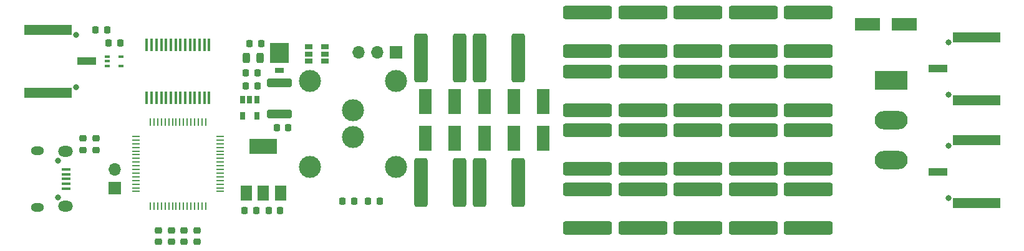
<source format=gbr>
G04 #@! TF.GenerationSoftware,KiCad,Pcbnew,7.99.0-unknown-099e5dd9e7~172~ubuntu22.04.1*
G04 #@! TF.CreationDate,2023-11-16T11:57:36+01:00*
G04 #@! TF.ProjectId,emfi,656d6669-2e6b-4696-9361-645f70636258,0.1*
G04 #@! TF.SameCoordinates,Original*
G04 #@! TF.FileFunction,Soldermask,Top*
G04 #@! TF.FilePolarity,Negative*
%FSLAX46Y46*%
G04 Gerber Fmt 4.6, Leading zero omitted, Abs format (unit mm)*
G04 Created by KiCad (PCBNEW 7.99.0-unknown-099e5dd9e7~172~ubuntu22.04.1) date 2023-11-16 11:57:36*
%MOMM*%
%LPD*%
G01*
G04 APERTURE LIST*
G04 Aperture macros list*
%AMRoundRect*
0 Rectangle with rounded corners*
0 $1 Rounding radius*
0 $2 $3 $4 $5 $6 $7 $8 $9 X,Y pos of 4 corners*
0 Add a 4 corners polygon primitive as box body*
4,1,4,$2,$3,$4,$5,$6,$7,$8,$9,$2,$3,0*
0 Add four circle primitives for the rounded corners*
1,1,$1+$1,$2,$3*
1,1,$1+$1,$4,$5*
1,1,$1+$1,$6,$7*
1,1,$1+$1,$8,$9*
0 Add four rect primitives between the rounded corners*
20,1,$1+$1,$2,$3,$4,$5,0*
20,1,$1+$1,$4,$5,$6,$7,0*
20,1,$1+$1,$6,$7,$8,$9,0*
20,1,$1+$1,$8,$9,$2,$3,0*%
G04 Aperture macros list end*
%ADD10RoundRect,0.218750X-0.218750X-0.256250X0.218750X-0.256250X0.218750X0.256250X-0.218750X0.256250X0*%
%ADD11RoundRect,0.218750X0.218750X0.256250X-0.218750X0.256250X-0.218750X-0.256250X0.218750X-0.256250X0*%
%ADD12C,3.000000*%
%ADD13RoundRect,0.243750X0.243750X0.456250X-0.243750X0.456250X-0.243750X-0.456250X0.243750X-0.456250X0*%
%ADD14RoundRect,0.250000X1.450000X-0.312500X1.450000X0.312500X-1.450000X0.312500X-1.450000X-0.312500X0*%
%ADD15R,0.650000X1.060000*%
%ADD16R,2.540000X2.670000*%
%ADD17R,1.270000X0.762000*%
%ADD18R,0.250000X1.000000*%
%ADD19R,1.000000X0.250000*%
%ADD20R,0.450000X1.750000*%
%ADD21R,1.060000X0.650000*%
%ADD22R,1.700000X1.700000*%
%ADD23O,1.700000X1.700000*%
%ADD24RoundRect,0.218750X-0.256250X0.218750X-0.256250X-0.218750X0.256250X-0.218750X0.256250X0.218750X0*%
%ADD25R,1.800000X3.500000*%
%ADD26RoundRect,0.250000X0.650000X3.050000X-0.650000X3.050000X-0.650000X-3.050000X0.650000X-3.050000X0*%
%ADD27RoundRect,0.250000X-0.650000X-3.050000X0.650000X-3.050000X0.650000X3.050000X-0.650000X3.050000X0*%
%ADD28RoundRect,0.250000X3.050000X-0.650000X3.050000X0.650000X-3.050000X0.650000X-3.050000X-0.650000X0*%
%ADD29RoundRect,0.250000X-3.050000X0.650000X-3.050000X-0.650000X3.050000X-0.650000X3.050000X0.650000X0*%
%ADD30R,1.500000X2.000000*%
%ADD31R,3.800000X2.000000*%
%ADD32RoundRect,0.218750X0.256250X-0.218750X0.256250X0.218750X-0.256250X0.218750X-0.256250X-0.218750X0*%
%ADD33C,0.800000*%
%ADD34R,2.500000X1.000000*%
%ADD35R,6.400000X1.440000*%
%ADD36O,0.800000X0.800000*%
%ADD37R,1.300000X0.450000*%
%ADD38O,1.800000X1.150000*%
%ADD39O,2.000000X1.450000*%
%ADD40R,3.500000X1.800000*%
%ADD41R,0.650000X0.400000*%
%ADD42R,4.500000X2.500000*%
%ADD43O,4.500000X2.500000*%
G04 APERTURE END LIST*
D10*
X52712500Y-34750000D03*
X54287500Y-34750000D03*
D11*
X74537500Y-59250000D03*
X72962500Y-59250000D03*
X77787500Y-59250000D03*
X76212500Y-59250000D03*
X78887500Y-48000000D03*
X77312500Y-48000000D03*
D12*
X81795000Y-53325000D03*
X87630000Y-49295000D03*
X81795000Y-41655000D03*
X87630000Y-45685000D03*
X93465000Y-53325000D03*
X93465000Y-41655000D03*
D10*
X73101500Y-42315607D03*
X74676500Y-42315607D03*
D11*
X74676500Y-40565607D03*
X73101500Y-40565607D03*
D10*
X73601500Y-36565607D03*
X75176500Y-36565607D03*
D13*
X75076500Y-38565607D03*
X73201500Y-38565607D03*
D14*
X77639000Y-46203107D03*
X77639000Y-41928107D03*
D15*
X74589000Y-44215607D03*
X73639000Y-44215607D03*
X72689000Y-44215607D03*
X72689000Y-46415607D03*
X74589000Y-46415607D03*
D16*
X77639000Y-37867107D03*
D17*
X77639000Y-40218107D03*
D18*
X60150000Y-58650000D03*
X60650000Y-58650000D03*
X61150000Y-58650000D03*
X61650000Y-58650000D03*
X62150000Y-58650000D03*
X62650000Y-58650000D03*
X63150000Y-58650000D03*
X63650000Y-58650000D03*
X64150000Y-58650000D03*
X64650000Y-58650000D03*
X65150000Y-58650000D03*
X65650000Y-58650000D03*
X66150000Y-58650000D03*
X66650000Y-58650000D03*
X67150000Y-58650000D03*
X67650000Y-58650000D03*
D19*
X69600000Y-56700000D03*
X69600000Y-56200000D03*
X69600000Y-55700000D03*
X69600000Y-55200000D03*
X69600000Y-54700000D03*
X69600000Y-54200000D03*
X69600000Y-53700000D03*
X69600000Y-53200000D03*
X69600000Y-52700000D03*
X69600000Y-52200000D03*
X69600000Y-51700000D03*
X69600000Y-51200000D03*
X69600000Y-50700000D03*
X69600000Y-50200000D03*
X69600000Y-49700000D03*
X69600000Y-49200000D03*
D18*
X67650000Y-47250000D03*
X67150000Y-47250000D03*
X66650000Y-47250000D03*
X66150000Y-47250000D03*
X65650000Y-47250000D03*
X65150000Y-47250000D03*
X64650000Y-47250000D03*
X64150000Y-47250000D03*
X63650000Y-47250000D03*
X63150000Y-47250000D03*
X62650000Y-47250000D03*
X62150000Y-47250000D03*
X61650000Y-47250000D03*
X61150000Y-47250000D03*
X60650000Y-47250000D03*
X60150000Y-47250000D03*
D19*
X58200000Y-49200000D03*
X58200000Y-49700000D03*
X58200000Y-50200000D03*
X58200000Y-50700000D03*
X58200000Y-51200000D03*
X58200000Y-51700000D03*
X58200000Y-52200000D03*
X58200000Y-52700000D03*
X58200000Y-53200000D03*
X58200000Y-53700000D03*
X58200000Y-54200000D03*
X58200000Y-54700000D03*
X58200000Y-55200000D03*
X58200000Y-55700000D03*
X58200000Y-56200000D03*
X58200000Y-56700000D03*
D20*
X59675000Y-43950000D03*
X60325000Y-43950000D03*
X60975000Y-43950000D03*
X61625000Y-43950000D03*
X62275000Y-43950000D03*
X62925000Y-43950000D03*
X63575000Y-43950000D03*
X64225000Y-43950000D03*
X64875000Y-43950000D03*
X65525000Y-43950000D03*
X66175000Y-43950000D03*
X66825000Y-43950000D03*
X67475000Y-43950000D03*
X68125000Y-43950000D03*
X68125000Y-36750000D03*
X67475000Y-36750000D03*
X66825000Y-36750000D03*
X66175000Y-36750000D03*
X65525000Y-36750000D03*
X64875000Y-36750000D03*
X64225000Y-36750000D03*
X63575000Y-36750000D03*
X62925000Y-36750000D03*
X62275000Y-36750000D03*
X61625000Y-36750000D03*
X60975000Y-36750000D03*
X60325000Y-36750000D03*
X59675000Y-36750000D03*
D21*
X83850000Y-38950000D03*
X83850000Y-38000000D03*
X83850000Y-37050000D03*
X81650000Y-37050000D03*
X81650000Y-38000000D03*
X81650000Y-38950000D03*
D22*
X93500000Y-37750000D03*
D23*
X90960000Y-37750000D03*
X88420000Y-37750000D03*
D24*
X52750000Y-49462500D03*
X52750000Y-51037500D03*
D11*
X87787500Y-58000000D03*
X86212500Y-58000000D03*
X91287500Y-58000000D03*
X89712500Y-58000000D03*
D25*
X113500000Y-44500000D03*
X113500000Y-49500000D03*
D26*
X110125000Y-55500000D03*
X104875000Y-55500000D03*
D25*
X101500000Y-49500000D03*
X101500000Y-44500000D03*
D26*
X110125000Y-38500000D03*
X104875000Y-38500000D03*
D27*
X96875000Y-55500000D03*
X102125000Y-55500000D03*
D25*
X105500000Y-44500000D03*
X105500000Y-49500000D03*
X97500000Y-44500000D03*
X97500000Y-49500000D03*
X109500000Y-49500000D03*
X109500000Y-44500000D03*
D26*
X102125000Y-38500000D03*
X96875000Y-38500000D03*
D28*
X134500000Y-45625000D03*
X134500000Y-40375000D03*
D29*
X119500000Y-32375000D03*
X119500000Y-37625000D03*
X127000000Y-32375000D03*
X127000000Y-37625000D03*
D28*
X119500000Y-61625000D03*
X119500000Y-56375000D03*
D29*
X142000000Y-32375000D03*
X142000000Y-37625000D03*
D28*
X142000000Y-61625000D03*
X142000000Y-56375000D03*
D29*
X119500000Y-48375000D03*
X119500000Y-53625000D03*
D28*
X142000000Y-45625000D03*
X142000000Y-40375000D03*
X149500000Y-61625000D03*
X149500000Y-56375000D03*
D29*
X127000000Y-48375000D03*
X127000000Y-53625000D03*
X149500000Y-48375000D03*
X149500000Y-53625000D03*
D28*
X119500000Y-45625000D03*
X119500000Y-40375000D03*
X134500000Y-61625000D03*
X134500000Y-56375000D03*
X127000000Y-45625000D03*
X127000000Y-40375000D03*
X149500000Y-45625000D03*
X149500000Y-40375000D03*
D29*
X149500000Y-32375000D03*
X149500000Y-37625000D03*
X134500000Y-32375000D03*
X134500000Y-37625000D03*
D28*
X127000000Y-61625000D03*
X127000000Y-56375000D03*
D29*
X134500000Y-48375000D03*
X134500000Y-53625000D03*
D30*
X73200000Y-56900000D03*
D31*
X75500000Y-50600000D03*
D30*
X75500000Y-56900000D03*
X77800000Y-56900000D03*
D24*
X66500000Y-61962500D03*
X66500000Y-63537500D03*
X63000000Y-61962500D03*
X63000000Y-63537500D03*
D32*
X61250000Y-63537500D03*
X61250000Y-61962500D03*
X64750000Y-63537500D03*
X64750000Y-61962500D03*
D22*
X55300000Y-56200000D03*
D23*
X55300000Y-53660000D03*
D33*
X50050000Y-35440000D03*
X50050000Y-42560000D03*
D34*
X51500000Y-39000000D03*
D35*
X46250000Y-43280000D03*
X46250000Y-34720000D03*
D36*
X47600000Y-52500000D03*
X47600000Y-57500000D03*
D37*
X48700000Y-53700000D03*
X48700000Y-54350000D03*
X48700000Y-55000000D03*
X48700000Y-55650000D03*
X48700000Y-56300000D03*
D38*
X44850000Y-58875000D03*
D39*
X48650000Y-58725000D03*
X48650000Y-51275000D03*
D38*
X44850000Y-51125000D03*
D33*
X168500000Y-36440000D03*
X168500000Y-43560000D03*
D34*
X167050000Y-40000000D03*
D35*
X172300000Y-44280000D03*
X172300000Y-35720000D03*
D32*
X51000000Y-51037500D03*
X51000000Y-49462500D03*
D33*
X168500000Y-50440000D03*
X168500000Y-57560000D03*
D34*
X167050000Y-54000000D03*
D35*
X172300000Y-58280000D03*
X172300000Y-49720000D03*
D29*
X142000000Y-48375000D03*
X142000000Y-53625000D03*
D40*
X157500000Y-34000000D03*
X162500000Y-34000000D03*
D41*
X54300000Y-38350000D03*
X54300000Y-39000000D03*
X54300000Y-39650000D03*
X56200000Y-39650000D03*
X56200000Y-38350000D03*
D10*
X54462500Y-36500000D03*
X56037500Y-36500000D03*
D42*
X160750000Y-41550000D03*
D43*
X160750000Y-47000000D03*
X160750000Y-52450000D03*
M02*

</source>
